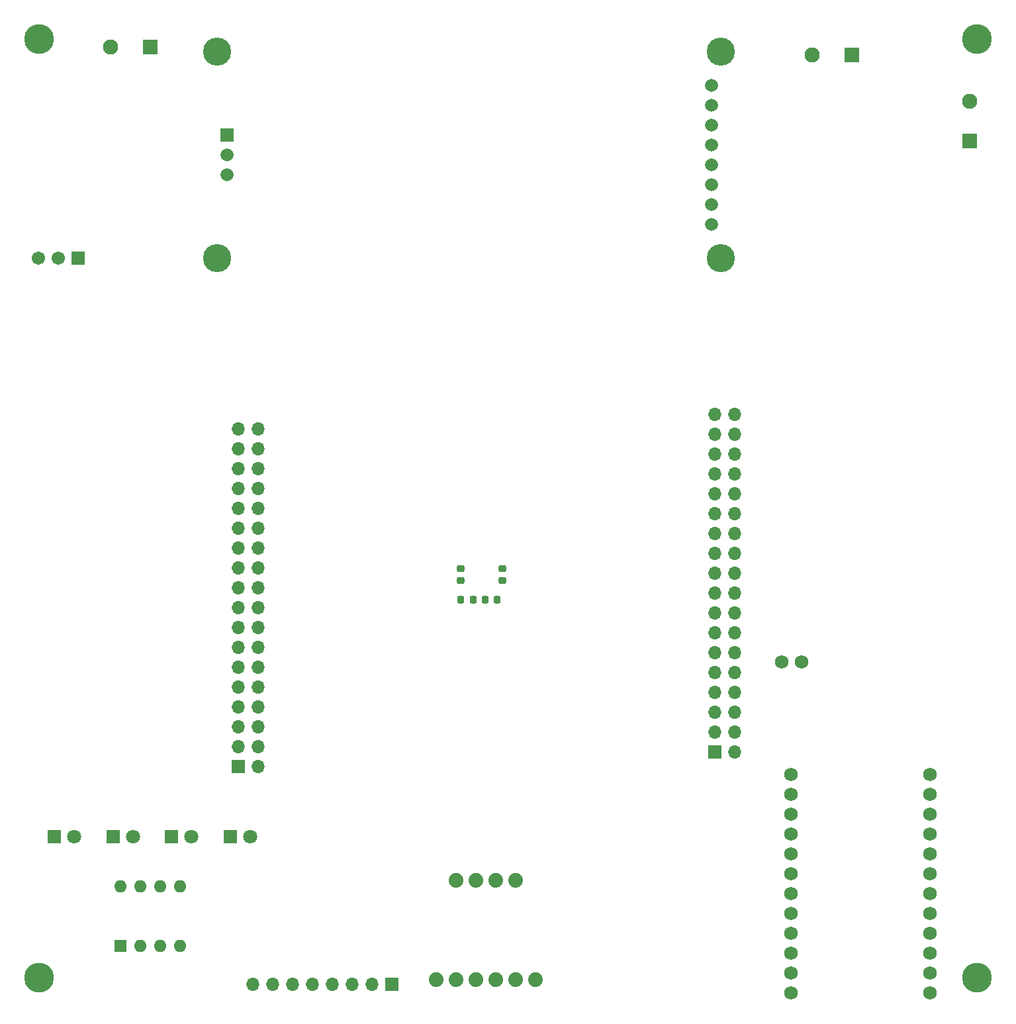
<source format=gbr>
%TF.GenerationSoftware,KiCad,Pcbnew,8.0.5*%
%TF.CreationDate,2025-01-29T09:14:24-07:00*%
%TF.ProjectId,Senior_Project_Schematic_Design,53656e69-6f72-45f5-9072-6f6a6563745f,rev?*%
%TF.SameCoordinates,Original*%
%TF.FileFunction,Soldermask,Bot*%
%TF.FilePolarity,Negative*%
%FSLAX46Y46*%
G04 Gerber Fmt 4.6, Leading zero omitted, Abs format (unit mm)*
G04 Created by KiCad (PCBNEW 8.0.5) date 2025-01-29 09:14:24*
%MOMM*%
%LPD*%
G01*
G04 APERTURE LIST*
G04 Aperture macros list*
%AMRoundRect*
0 Rectangle with rounded corners*
0 $1 Rounding radius*
0 $2 $3 $4 $5 $6 $7 $8 $9 X,Y pos of 4 corners*
0 Add a 4 corners polygon primitive as box body*
4,1,4,$2,$3,$4,$5,$6,$7,$8,$9,$2,$3,0*
0 Add four circle primitives for the rounded corners*
1,1,$1+$1,$2,$3*
1,1,$1+$1,$4,$5*
1,1,$1+$1,$6,$7*
1,1,$1+$1,$8,$9*
0 Add four rect primitives between the rounded corners*
20,1,$1+$1,$2,$3,$4,$5,0*
20,1,$1+$1,$4,$5,$6,$7,0*
20,1,$1+$1,$6,$7,$8,$9,0*
20,1,$1+$1,$8,$9,$2,$3,0*%
G04 Aperture macros list end*
%ADD10C,3.600000*%
%ADD11R,1.665000X1.665000*%
%ADD12C,1.665000*%
%ADD13R,1.710000X1.710000*%
%ADD14C,1.710000*%
%ADD15R,1.950000X1.950000*%
%ADD16C,1.950000*%
%ADD17C,1.879600*%
%ADD18R,1.800000X1.800000*%
%ADD19C,1.800000*%
%ADD20C,3.810000*%
%ADD21R,1.700000X1.700000*%
%ADD22O,1.700000X1.700000*%
%ADD23C,1.752600*%
%ADD24R,1.600000X1.600000*%
%ADD25O,1.600000X1.600000*%
%ADD26RoundRect,0.225000X-0.250000X0.225000X-0.250000X-0.225000X0.250000X-0.225000X0.250000X0.225000X0*%
%ADD27RoundRect,0.225000X-0.225000X-0.250000X0.225000X-0.250000X0.225000X0.250000X-0.225000X0.250000X0*%
%ADD28RoundRect,0.225000X0.225000X0.250000X-0.225000X0.250000X-0.225000X-0.250000X0.225000X-0.250000X0*%
G04 APERTURE END LIST*
D10*
%TO.C,Radar*%
X263800000Y-43610000D03*
X263800000Y-70010000D03*
X328200000Y-43610000D03*
X328200000Y-70010000D03*
D11*
X265000000Y-54270000D03*
D12*
X265000000Y-56810000D03*
X265000000Y-59350000D03*
X327000000Y-47920000D03*
X327000000Y-50460000D03*
X327000000Y-53000000D03*
X327000000Y-55540000D03*
X327000000Y-58080000D03*
X327000000Y-60620000D03*
X327000000Y-63160000D03*
X327000000Y-65700000D03*
%TD*%
D13*
%TO.C,PS1*%
X246000000Y-70000000D03*
D14*
X243460000Y-70000000D03*
X240920000Y-70000000D03*
%TD*%
D15*
%TO.C,Light 2*%
X360000000Y-55000000D03*
D16*
X360000000Y-49920000D03*
%TD*%
D17*
%TO.C,U1*%
X291762000Y-162319000D03*
X294302000Y-162319000D03*
X296842000Y-162319000D03*
X299382000Y-162319000D03*
X301922000Y-162319000D03*
X304462000Y-162319000D03*
X294302000Y-149619000D03*
X296842000Y-149619000D03*
X299382000Y-149619000D03*
X301922000Y-149619000D03*
%TD*%
D18*
%TO.C,D2*%
X250460000Y-144000000D03*
D19*
X253000000Y-144000000D03*
%TD*%
D18*
%TO.C,D4*%
X265460000Y-144000000D03*
D19*
X268000000Y-144000000D03*
%TD*%
D20*
%TO.C,REF\u002A\u002A*%
X241000000Y-42000000D03*
%TD*%
%TO.C,REF\u002A\u002A*%
X361000000Y-42000000D03*
%TD*%
%TO.C,*%
X361000000Y-162000000D03*
%TD*%
D15*
%TO.C,Light 1*%
X345000000Y-44000000D03*
D16*
X339920000Y-44000000D03*
%TD*%
D21*
%TO.C,J6*%
X266460000Y-135000000D03*
D22*
X269000000Y-135000000D03*
X266460000Y-132460000D03*
X269000000Y-132460000D03*
X266460000Y-129920000D03*
X269000000Y-129920000D03*
X266460000Y-127380000D03*
X269000000Y-127380000D03*
X266460000Y-124840000D03*
X269000000Y-124840000D03*
X266460000Y-122300000D03*
X269000000Y-122300000D03*
X266460000Y-119760000D03*
X269000000Y-119760000D03*
X266460000Y-117220000D03*
X269000000Y-117220000D03*
X266460000Y-114680000D03*
X269000000Y-114680000D03*
X266460000Y-112140000D03*
X269000000Y-112140000D03*
X266460000Y-109600000D03*
X269000000Y-109600000D03*
X266460000Y-107060000D03*
X269000000Y-107060000D03*
X266460000Y-104520000D03*
X269000000Y-104520000D03*
X266460000Y-101980000D03*
X269000000Y-101980000D03*
X266460000Y-99440000D03*
X269000000Y-99440000D03*
X266460000Y-96900000D03*
X269000000Y-96900000D03*
X266460000Y-94360000D03*
X269000000Y-94360000D03*
X266460000Y-91820000D03*
X269000000Y-91820000D03*
%TD*%
D20*
%TO.C,REF\u002A\u002A*%
X241000000Y-162000000D03*
%TD*%
D15*
%TO.C,Load Voltage*%
X255185000Y-43000000D03*
D16*
X250105000Y-43000000D03*
%TD*%
D23*
%TO.C,U3*%
X354960000Y-163970000D03*
X354960000Y-161430000D03*
X354960000Y-158890000D03*
X354960000Y-156350000D03*
X354960000Y-153810000D03*
X354960000Y-151270000D03*
X354960000Y-148730000D03*
X354960000Y-146190000D03*
X354960000Y-143650000D03*
X354960000Y-141110000D03*
X354960000Y-138570000D03*
X354960000Y-136030000D03*
X337180000Y-163970000D03*
X337180000Y-161430000D03*
X337180000Y-158890000D03*
X337180000Y-156350000D03*
X337180000Y-153810000D03*
X337180000Y-151270000D03*
X337180000Y-148730000D03*
X337180000Y-146190000D03*
X337180000Y-143650000D03*
X337180000Y-141110000D03*
X337180000Y-138570000D03*
X337180000Y-136030000D03*
X338529000Y-121615000D03*
X335989000Y-121615000D03*
%TD*%
D18*
%TO.C,D1*%
X242960000Y-144000000D03*
D19*
X245500000Y-144000000D03*
%TD*%
D21*
%TO.C,J5*%
X327460000Y-133160000D03*
D22*
X330000000Y-133160000D03*
X327460000Y-130620000D03*
X330000000Y-130620000D03*
X327460000Y-128080000D03*
X330000000Y-128080000D03*
X327460000Y-125540000D03*
X330000000Y-125540000D03*
X327460000Y-123000000D03*
X330000000Y-123000000D03*
X327460000Y-120460000D03*
X330000000Y-120460000D03*
X327460000Y-117920000D03*
X330000000Y-117920000D03*
X327460000Y-115380000D03*
X330000000Y-115380000D03*
X327460000Y-112840000D03*
X330000000Y-112840000D03*
X327460000Y-110300000D03*
X330000000Y-110300000D03*
X327460000Y-107760000D03*
X330000000Y-107760000D03*
X327460000Y-105220000D03*
X330000000Y-105220000D03*
X327460000Y-102680000D03*
X330000000Y-102680000D03*
X327460000Y-100140000D03*
X330000000Y-100140000D03*
X327460000Y-97600000D03*
X330000000Y-97600000D03*
X327460000Y-95060000D03*
X330000000Y-95060000D03*
X327460000Y-92520000D03*
X330000000Y-92520000D03*
X327460000Y-89980000D03*
X330000000Y-89980000D03*
%TD*%
D21*
%TO.C,J1*%
X286080000Y-162900000D03*
D22*
X283540000Y-162900000D03*
X281000000Y-162900000D03*
X278460000Y-162900000D03*
X275920000Y-162900000D03*
X273380000Y-162900000D03*
X270840000Y-162900000D03*
X268300000Y-162900000D03*
%TD*%
D24*
%TO.C,SW1*%
X251380000Y-158000000D03*
D25*
X253920000Y-158000000D03*
X256460000Y-158000000D03*
X259000000Y-158000000D03*
X259000000Y-150380000D03*
X256460000Y-150380000D03*
X253920000Y-150380000D03*
X251380000Y-150380000D03*
%TD*%
D18*
%TO.C,D3*%
X257960000Y-144000000D03*
D19*
X260500000Y-144000000D03*
%TD*%
D26*
%TO.C,C4*%
X294900000Y-109725000D03*
X294900000Y-111275000D03*
%TD*%
%TO.C,C2*%
X300300000Y-109725000D03*
X300300000Y-111275000D03*
%TD*%
D27*
%TO.C,C3*%
X298025000Y-113700000D03*
X299575000Y-113700000D03*
%TD*%
D28*
%TO.C,C5*%
X296500000Y-113700000D03*
X294950000Y-113700000D03*
%TD*%
M02*

</source>
